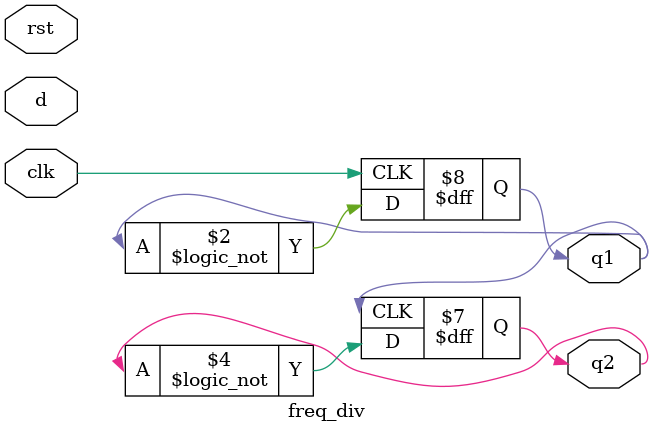
<source format=v>

module freq_div (clk,rst,
  d,q1,q2);
  input      clk,rst;
  input     d;
  output     q1,q2; //FF outputs
 // output     p;
  
  reg      q1,q2;
  initial q1 = 1'b0;
  initial q2 = 1'b0;
  
  //assign p=!q;
  always @(posedge clk)
  begin
	q1 <= !q1;
  end
  always @(posedge q1)
  begin
	q2 <= !q2;
  end
   
endmodule
</source>
